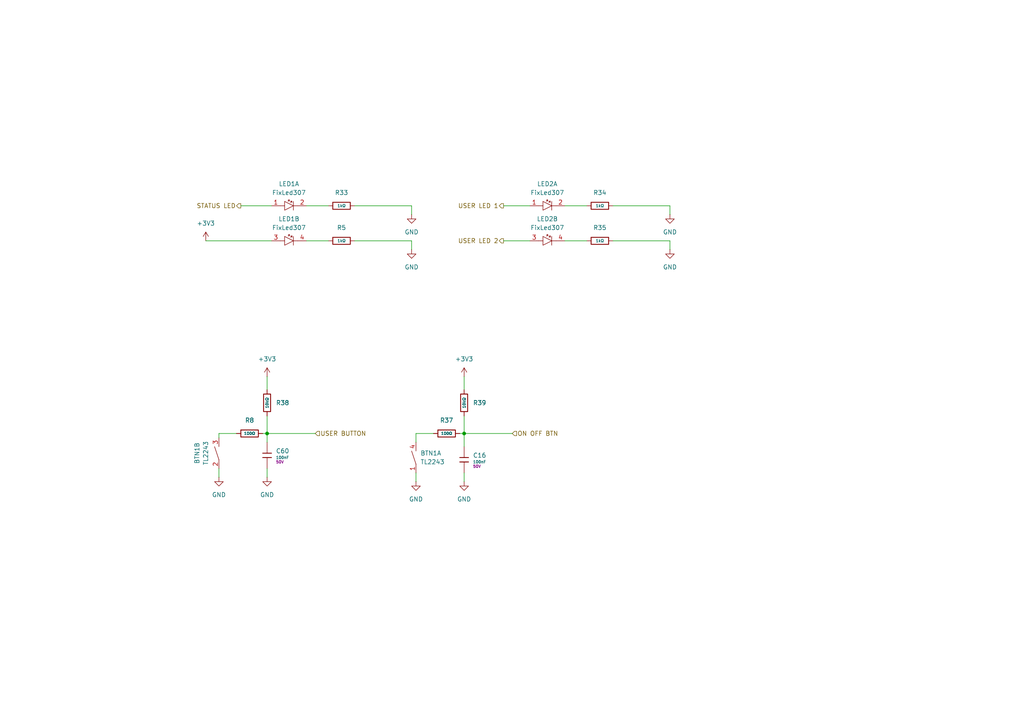
<source format=kicad_sch>
(kicad_sch (version 20231120) (generator "eeschema") (generator_version "8.0")
  (paper "A4")
  (title_block (date "2025-02-10") (rev "A") (company "ModuCard System"))
  (lib_symbols
    (symbol "FixLed307:FixLed307"
      (property "Reference" "LED" (at 0 2.54 0))
      (property "Value" "FixLed307" (at 1.27 0 0))
      (symbol "FixLed307_1_1"
        (polyline (pts (xy -1.27 0) (xy -2.54 0)))
        (polyline (pts (xy 0.0949 1.7411) (xy -0.274 1.6516)))
        (polyline (pts (xy 0.8171 1.3666) (xy 0.4482 1.2771)))
        (polyline (pts (xy 1.27 1.27) (xy 1.27 -1.27)))
        (polyline (pts (xy 2.54 0) (xy 1.27 0)))
        (polyline (pts (xy -0.2828 1.2706) (xy 0.0955 1.7402) (xy 0.1403 1.3153)))
        (polyline (pts (xy 0.4394 0.8961) (xy 0.8177 1.3657) (xy 0.8625 0.9408)))
        (polyline (pts (xy -1.27 1.27) (xy -1.27 -1.27) (xy 1.27 0) (xy -1.27 1.27)))
        (pin input line (at -5.08 0 0) (length 2.54) (name "") (number "1"))
        (pin input line (at 5.08 0 180) (length 2.54) (name "") (number "2"))
      )
      (symbol "FixLed307_2_1"
        (polyline (pts (xy -1.27 0) (xy -2.54 0)))
        (polyline (pts (xy 0.1392 1.8167) (xy -0.2297 1.7272)))
        (polyline (pts (xy 0.8614 1.4422) (xy 0.4925 1.3527)))
        (polyline (pts (xy 1.27 1.27) (xy 1.27 -1.27)))
        (polyline (pts (xy 2.54 0) (xy 1.27 0)))
        (polyline (pts (xy -0.2385 1.3462) (xy 0.1398 1.8158) (xy 0.1846 1.3909)))
        (polyline (pts (xy 0.4837 0.9717) (xy 0.862 1.4413) (xy 0.9068 1.0164)))
        (polyline (pts (xy -1.27 1.27) (xy -1.27 -1.27) (xy 1.27 0) (xy -1.27 1.27)))
        (pin input line (at -5.08 0 0) (length 2.54) (name "") (number "3"))
        (pin input line (at 5.08 0 180) (length 2.54) (name "") (number "4"))
      )
    )
    (symbol "PCM_JLCPCB-Capacitors:0402,100nF,(2)" (pin_numbers hide) (pin_names (offset 0))
      (property "Reference" "C" (at 2.032 1.668 0))
      (property "Value" "100nF" (at 2.032 -0.3782 0))
      (property "Voltage Rated" "50V" (at 2.032 -2.0462 0))
      (symbol "0402,100nF,(2)_0_1"
        (polyline (pts (xy -1.27 -0.635) (xy 1.27 -0.635)) (stroke (width 0.254)))
        (polyline (pts (xy -1.27 0.635) (xy 1.27 0.635)) (stroke (width 0.254)))
      )
      (symbol "0402,100nF,(2)_1_1"
        (pin passive line (at 0 3.81 270) (length 3.175) (name "~") (number "1"))
        (pin passive line (at 0 -3.81 90) (length 3.175) (name "~") (number "2"))
      )
    )
    (symbol "PCM_JLCPCB-Resistors:0402,100Ω" (pin_numbers hide) (pin_names (offset 0))
      (property "Reference" "R" (at 1.778 0 0))
      (property "Value" "100Ω" (at 0 0 90))
      (symbol "0402,100Ω_0_1"
        (rectangle (start -1.016 2.54) (end 1.016 -2.54) (stroke (width 0.254)))
      )
      (symbol "0402,100Ω_1_1"
        (pin passive line (at 0 3.81 270) (length 1.27) (name "~") (number "1"))
        (pin passive line (at 0 -3.81 90) (length 1.27) (name "~") (number "2"))
      )
    )
    (symbol "PCM_JLCPCB-Resistors:0402,10kΩ" (pin_numbers hide) (pin_names (offset 0))
      (property "Reference" "R" (at 1.778 0 0))
      (property "Value" "10kΩ" (at 0 0 90))
      (symbol "0402,10kΩ_0_1"
        (rectangle (start -1.016 2.54) (end 1.016 -2.54) (stroke (width 0.254)))
      )
      (symbol "0402,10kΩ_1_1"
        (pin passive line (at 0 3.81 270) (length 1.27) (name "~") (number "1"))
        (pin passive line (at 0 -3.81 90) (length 1.27) (name "~") (number "2"))
      )
    )
    (symbol "PCM_JLCPCB-Resistors:0402,1kΩ" (pin_numbers hide) (pin_names (offset 0))
      (property "Reference" "R" (at 1.778 0 0))
      (property "Value" "1kΩ" (at 0 0 90))
      (symbol "0402,1kΩ_0_1"
        (rectangle (start -1.016 2.54) (end 1.016 -2.54) (stroke (width 0.254)))
      )
      (symbol "0402,1kΩ_1_1"
        (pin passive line (at 0 3.81 270) (length 1.27) (name "~") (number "1"))
        (pin passive line (at 0 -3.81 90) (length 1.27) (name "~") (number "2"))
      )
    )
    (symbol "TL2243:TL2243"
      (property "Reference" "BTN" (at -0.508 -1.524 0))
      (property "Value" "TL2243" (at 0 0 0))
      (symbol "TL2243_1_1"
        (polyline (pts (xy -2.54 0) (xy 1.27 1.27)))
        (pin input line (at -5.08 0 0) (length 2.54) (name "") (number "1"))
        (pin input line (at 3.81 0 180) (length 2.54) (name "") (number "4"))
      )
      (symbol "TL2243_2_1"
        (polyline (pts (xy -2.54 0) (xy 1.27 1.27)))
        (pin input line (at -5.08 0 0) (length 2.54) (name "") (number "2"))
        (pin input line (at 3.81 0 180) (length 2.54) (name "") (number "3"))
      )
    )
    (symbol "power:+3V3" (power) (pin_numbers hide) (pin_names (offset 0) hide)
      (property "Value" "+3V3" (at 0 3.556 0))
      (symbol "+3V3_0_1"
        (polyline (pts (xy -0.762 1.27) (xy 0 2.54)))
        (polyline (pts (xy 0 0) (xy 0 2.54)))
        (polyline (pts (xy 0 2.54) (xy 0.762 1.27)))
      )
      (symbol "+3V3_1_1"
        (pin power_in line (at 0 0 90) (length 0) (name "~") (number "1"))
      )
    )
    (symbol "power:GND" (power) (pin_numbers hide) (pin_names (offset 0) hide)
      (property "Value" "GND" (at 0 -3.81 0))
      (symbol "GND_0_1"
        (polyline (pts (xy 0 0) (xy 0 -1.27) (xy 1.27 -1.27) (xy 0 -2.54) (xy -1.27 -1.27) (xy 0 -1.27)))
      )
      (symbol "GND_1_1"
        (pin power_in line (at 0 0 270) (length 0) (name "~") (number "1"))
      )
    )
  )
  (junction (at 134.62 125.73))
  (junction (at 77.47 125.73))
  (wire (pts (xy 177.8 69.85) (xy 194.31 69.85)))
  (wire (pts (xy 120.65 125.73) (xy 125.73 125.73)))
  (wire (pts (xy 77.47 125.73) (xy 91.44 125.73)))
  (wire (pts (xy 134.62 125.73) (xy 148.59 125.73)))
  (wire (pts (xy 63.5 125.73) (xy 63.5 127)))
  (wire (pts (xy 194.31 59.69) (xy 194.31 62.23)))
  (wire (pts (xy 163.83 59.69) (xy 170.18 59.69)))
  (wire (pts (xy 63.5 135.89) (xy 63.5 138.43)))
  (wire (pts (xy 77.47 109.22) (xy 77.47 113.03)))
  (wire (pts (xy 102.87 59.69) (xy 119.38 59.69)))
  (wire (pts (xy 69.85 59.69) (xy 78.74 59.69)))
  (wire (pts (xy 134.62 109.22) (xy 134.62 113.03)))
  (wire (pts (xy 146.05 69.85) (xy 153.67 69.85)))
  (wire (pts (xy 146.05 59.69) (xy 153.67 59.69)))
  (wire (pts (xy 102.87 69.85) (xy 119.38 69.85)))
  (wire (pts (xy 119.38 69.85) (xy 119.38 72.39)))
  (wire (pts (xy 63.5 125.73) (xy 68.58 125.73)))
  (wire (pts (xy 77.47 120.65) (xy 77.47 125.73)))
  (wire (pts (xy 77.47 135.89) (xy 77.47 138.43)))
  (wire (pts (xy 194.31 69.85) (xy 194.31 72.39)))
  (wire (pts (xy 59.69 69.85) (xy 78.74 69.85)))
  (wire (pts (xy 88.9 59.69) (xy 95.25 59.69)))
  (wire (pts (xy 133.35 125.73) (xy 134.62 125.73)))
  (wire (pts (xy 134.62 120.65) (xy 134.62 125.73)))
  (wire (pts (xy 134.62 137.16) (xy 134.62 139.7)))
  (wire (pts (xy 76.2 125.73) (xy 77.47 125.73)))
  (wire (pts (xy 134.62 125.73) (xy 134.62 129.54)))
  (wire (pts (xy 77.47 128.27) (xy 77.47 125.73)))
  (wire (pts (xy 119.38 59.69) (xy 119.38 62.23)))
  (wire (pts (xy 120.65 125.73) (xy 120.65 128.27)))
  (wire (pts (xy 120.65 137.16) (xy 120.65 139.7)))
  (wire (pts (xy 163.83 69.85) (xy 170.18 69.85)))
  (wire (pts (xy 88.9 69.85) (xy 95.25 69.85)))
  (wire (pts (xy 177.8 59.69) (xy 194.31 59.69)))
  (hierarchical_label "USER BUTTON" (shape input) (at 91.44 125.73 0))
  (hierarchical_label "USER LED 2" (shape output) (at 146.05 69.85 180))
  (hierarchical_label "ON OFF BTN" (shape input) (at 148.59 125.73 0))
  (hierarchical_label "USER LED 1" (shape output) (at 146.05 59.69 180))
  (hierarchical_label "STATUS LED" (shape output) (at 69.85 59.69 180))
  (symbol (lib_id "TL2243:TL2243") (at 120.65 132.08 90) (unit 1)
    (property "Reference" "BTN1" (at 121.92 131.445 90) (effects (justify right)))
    (property "Value" "TL2243" (at 121.92 133.985 90) (effects (justify right)))
    (property "Footprint" "TL2243:TL2243" (effects (hide yes)))
    (property "Datasheet" "https://www.lcsc.com/datasheet/lcsc_datasheet_2410121841_E-Switch-TL2243_C273515.pdf" (effects (hide yes)))
    (property "Description" "Double Stack Switch" (effects (hide yes)))
  )
  (symbol (lib_id "power:GND") (at 119.38 72.39 0) (unit 1)
    (property "Reference" "#PWR0119" (effects (hide yes)))
    (property "Value" "GND" (at 119.38 77.47 0))
    (property "Description" "Power symbol creates a global label with name \"GND\" , ground" (effects (hide yes)))
  )
  (symbol (lib_id "PCM_JLCPCB-Resistors:0402,100Ω") (at 72.39 125.73 90) (unit 1)
    (property "Reference" "R8" (at 72.39 121.92 90))
    (property "Value" "100Ω" (at 72.39 125.73 90) (effects (font (size 0.8 0.8))))
    (property "Footprint" "PCM_JLCPCB:R_0402" (effects (hide yes)))
    (property "Datasheet" "https://www.lcsc.com/datasheet/lcsc_datasheet_2205311900_UNI-ROYAL-Uniroyal-Elec-0402WGF1000TCE_C25076.pdf" (effects (hide yes)))
    (property "Description" "62.5mW Thick Film Resistors 50V ±1% ±200ppm/°C 100Ω 0402 Chip Resistor - Surface Mount ROHS" (effects (hide yes)))
    (property "LCSC" "C25076" (effects (hide yes)))
    (property "Stock" "2711955" (effects (hide yes)))
    (property "Price" "0.004USD" (effects (hide yes)))
    (property "Process" "SMT" (effects (hide yes)))
    (property "Minimum Qty" "20" (effects (hide yes)))
    (property "Attrition Qty" "10" (effects (hide yes)))
    (property "Class" "Basic Component" (effects (hide yes)))
    (property "Category" "Resistors,Chip Resistor - Surface Mount" (effects (hide yes)))
    (property "Manufacturer" "UNI-ROYAL(Uniroyal Elec)" (effects (hide yes)))
    (property "Part" "0402WGF1000TCE" (effects (hide yes)))
    (property "Resistance" "100Ω" (effects (hide yes)))
    (property "Power(Watts)" "62.5mW" (effects (hide yes)))
    (property "Type" "Thick Film Resistors" (effects (hide yes)))
    (property "Overload Voltage (Max)" "50V" (effects (hide yes)))
    (property "Operating Temperature Range" "-55°C~+155°C" (effects (hide yes)))
    (property "Tolerance" "±1%" (effects (hide yes)))
    (property "Temperature Coefficient" "±200ppm/°C" (effects (hide yes)))
  )
  (symbol (lib_id "power:GND") (at 194.31 72.39 0) (unit 1)
    (property "Reference" "#PWR059" (effects (hide yes)))
    (property "Value" "GND" (at 194.31 77.47 0))
    (property "Description" "Power symbol creates a global label with name \"GND\" , ground" (effects (hide yes)))
  )
  (symbol (lib_id "PCM_JLCPCB-Resistors:0402,1kΩ") (at 99.06 69.85 90) (unit 1)
    (property "Reference" "R5" (at 99.06 66.04 90))
    (property "Value" "1kΩ" (at 99.06 69.85 90) (effects (font (size 0.8 0.8))))
    (property "Footprint" "PCM_JLCPCB:R_0402" (effects (hide yes)))
    (property "Datasheet" "https://www.lcsc.com/datasheet/lcsc_datasheet_2206010216_UNI-ROYAL-Uniroyal-Elec-0402WGF1001TCE_C11702.pdf" (effects (hide yes)))
    (property "Description" "62.5mW Thick Film Resistors 50V ±100ppm/°C ±1% 1kΩ 0402 Chip Resistor - Surface Mount ROHS" (effects (hide yes)))
    (property "LCSC" "C11702" (effects (hide yes)))
    (property "Stock" "10672962" (effects (hide yes)))
    (property "Price" "0.004USD" (effects (hide yes)))
    (property "Process" "SMT" (effects (hide yes)))
    (property "Minimum Qty" "20" (effects (hide yes)))
    (property "Attrition Qty" "10" (effects (hide yes)))
    (property "Class" "Basic Component" (effects (hide yes)))
    (property "Category" "Resistors,Chip Resistor - Surface Mount" (effects (hide yes)))
    (property "Manufacturer" "UNI-ROYAL(Uniroyal Elec)" (effects (hide yes)))
    (property "Part" "0402WGF1001TCE" (effects (hide yes)))
    (property "Resistance" "1kΩ" (effects (hide yes)))
    (property "Power(Watts)" "62.5mW" (effects (hide yes)))
    (property "Type" "Thick Film Resistors" (effects (hide yes)))
    (property "Overload Voltage (Max)" "50V" (effects (hide yes)))
    (property "Operating Temperature Range" "-55°C~+155°C" (effects (hide yes)))
    (property "Tolerance" "±1%" (effects (hide yes)))
    (property "Temperature Coefficient" "±100ppm/°C" (effects (hide yes)))
  )
  (symbol (lib_id "power:+3V3") (at 59.69 69.85 0) (unit 1)
    (property "Reference" "#PWR048" (effects (hide yes)))
    (property "Value" "+3V3" (at 59.69 64.77 0))
    (property "Description" "Power symbol creates a global label with name \"+3V3\"" (effects (hide yes)))
  )
  (symbol (lib_id "PCM_JLCPCB-Resistors:0402,1kΩ") (at 173.99 59.69 90) (unit 1)
    (property "Reference" "R34" (at 173.99 55.88 90))
    (property "Value" "1kΩ" (at 173.99 59.69 90) (effects (font (size 0.8 0.8))))
    (property "Footprint" "PCM_JLCPCB:R_0402" (effects (hide yes)))
    (property "Datasheet" "https://www.lcsc.com/datasheet/lcsc_datasheet_2206010216_UNI-ROYAL-Uniroyal-Elec-0402WGF1001TCE_C11702.pdf" (effects (hide yes)))
    (property "Description" "62.5mW Thick Film Resistors 50V ±100ppm/°C ±1% 1kΩ 0402 Chip Resistor - Surface Mount ROHS" (effects (hide yes)))
    (property "LCSC" "C11702" (effects (hide yes)))
    (property "Stock" "10672962" (effects (hide yes)))
    (property "Price" "0.004USD" (effects (hide yes)))
    (property "Process" "SMT" (effects (hide yes)))
    (property "Minimum Qty" "20" (effects (hide yes)))
    (property "Attrition Qty" "10" (effects (hide yes)))
    (property "Class" "Basic Component" (effects (hide yes)))
    (property "Category" "Resistors,Chip Resistor - Surface Mount" (effects (hide yes)))
    (property "Manufacturer" "UNI-ROYAL(Uniroyal Elec)" (effects (hide yes)))
    (property "Part" "0402WGF1001TCE" (effects (hide yes)))
    (property "Resistance" "1kΩ" (effects (hide yes)))
    (property "Power(Watts)" "62.5mW" (effects (hide yes)))
    (property "Type" "Thick Film Resistors" (effects (hide yes)))
    (property "Overload Voltage (Max)" "50V" (effects (hide yes)))
    (property "Operating Temperature Range" "-55°C~+155°C" (effects (hide yes)))
    (property "Tolerance" "±1%" (effects (hide yes)))
    (property "Temperature Coefficient" "±100ppm/°C" (effects (hide yes)))
  )
  (symbol (lib_id "power:GND") (at 134.62 139.7 0) (unit 1)
    (property "Reference" "#PWR078" (effects (hide yes)))
    (property "Value" "GND" (at 134.62 144.78 0))
    (property "Description" "Power symbol creates a global label with name \"GND\" , ground" (effects (hide yes)))
  )
  (symbol (lib_id "PCM_JLCPCB-Resistors:0402,100Ω") (at 129.54 125.73 90) (unit 1)
    (property "Reference" "R37" (at 129.54 121.92 90))
    (property "Value" "100Ω" (at 129.54 125.73 90) (effects (font (size 0.8 0.8))))
    (property "Footprint" "PCM_JLCPCB:R_0402" (effects (hide yes)))
    (property "Datasheet" "https://www.lcsc.com/datasheet/lcsc_datasheet_2205311900_UNI-ROYAL-Uniroyal-Elec-0402WGF1000TCE_C25076.pdf" (effects (hide yes)))
    (property "Description" "62.5mW Thick Film Resistors 50V ±1% ±200ppm/°C 100Ω 0402 Chip Resistor - Surface Mount ROHS" (effects (hide yes)))
    (property "LCSC" "C25076" (effects (hide yes)))
    (property "Stock" "2711955" (effects (hide yes)))
    (property "Price" "0.004USD" (effects (hide yes)))
    (property "Process" "SMT" (effects (hide yes)))
    (property "Minimum Qty" "20" (effects (hide yes)))
    (property "Attrition Qty" "10" (effects (hide yes)))
    (property "Class" "Basic Component" (effects (hide yes)))
    (property "Category" "Resistors,Chip Resistor - Surface Mount" (effects (hide yes)))
    (property "Manufacturer" "UNI-ROYAL(Uniroyal Elec)" (effects (hide yes)))
    (property "Part" "0402WGF1000TCE" (effects (hide yes)))
    (property "Resistance" "100Ω" (effects (hide yes)))
    (property "Power(Watts)" "62.5mW" (effects (hide yes)))
    (property "Type" "Thick Film Resistors" (effects (hide yes)))
    (property "Overload Voltage (Max)" "50V" (effects (hide yes)))
    (property "Operating Temperature Range" "-55°C~+155°C" (effects (hide yes)))
    (property "Tolerance" "±1%" (effects (hide yes)))
    (property "Temperature Coefficient" "±200ppm/°C" (effects (hide yes)))
  )
  (symbol (lib_id "FixLed307:FixLed307") (at 158.75 69.85 0) (unit 2)
    (property "Reference" "LED2" (at 158.75 63.5 0))
    (property "Value" "FixLed307" (at 158.75 66.04 0))
    (property "Footprint" "FixLed307:FixLed307" (effects (hide yes)))
    (property "Datasheet" "https://www.tme.eu/Document/b674d69546fee33ff395807565c0dcac/FIX-LED-301.pdf" (effects (hide yes)))
    (property "Description" "Double Stack LED307" (effects (hide yes)))
  )
  (symbol (lib_id "PCM_JLCPCB-Resistors:0402,10kΩ") (at 134.62 116.84 0) (unit 1)
    (property "Reference" "R39" (at 137.16 116.84 0) (effects (justify left)))
    (property "Value" "10kΩ" (at 134.62 116.84 90) (effects (font (size 0.8 0.8))))
    (property "Footprint" "PCM_JLCPCB:R_0402" (effects (hide yes)))
    (property "Datasheet" "https://www.lcsc.com/datasheet/lcsc_datasheet_2411221126_UNI-ROYAL-Uniroyal-Elec-0402WGF1002TCE_C25744.pdf" (effects (hide yes)))
    (property "Description" "62.5mW Thick Film Resistors 50V ±100ppm/°C ±1% 10kΩ 0402 Chip Resistor - Surface Mount ROHS" (effects (hide yes)))
    (property "LCSC" "C25744" (effects (hide yes)))
    (property "Stock" "6666349" (effects (hide yes)))
    (property "Price" "0.004USD" (effects (hide yes)))
    (property "Process" "SMT" (effects (hide yes)))
    (property "Minimum Qty" "5" (effects (hide yes)))
    (property "Attrition Qty" "0" (effects (hide yes)))
    (property "Class" "Basic Component" (effects (hide yes)))
    (property "Category" "Resistors,Chip Resistor - Surface Mount" (effects (hide yes)))
    (property "Manufacturer" "UNI-ROYAL(Uniroyal Elec)" (effects (hide yes)))
    (property "Part" "0402WGF1002TCE" (effects (hide yes)))
    (property "Resistance" "10kΩ" (effects (hide yes)))
    (property "Power(Watts)" "62.5mW" (effects (hide yes)))
    (property "Type" "Thick Film Resistors" (effects (hide yes)))
    (property "Overload Voltage (Max)" "50V" (effects (hide yes)))
    (property "Operating Temperature Range" "-55°C~+155°C" (effects (hide yes)))
    (property "Tolerance" "±1%" (effects (hide yes)))
    (property "Temperature Coefficient" "±100ppm/°C" (effects (hide yes)))
  )
  (symbol (lib_id "PCM_JLCPCB-Capacitors:0402,100nF,(2)") (at 134.62 133.35 0) (unit 1)
    (property "Reference" "C16" (at 137.16 132.08 0) (effects (justify left)))
    (property "Value" "100nF" (at 137.16 133.985 0) (effects (font (size 0.8 0.8)) (justify left)))
    (property "Footprint" "PCM_JLCPCB:C_0402" (effects (hide yes)))
    (property "Datasheet" "https://www.lcsc.com/datasheet/lcsc_datasheet_2304140030_Samsung-Electro-Mechanics-CL05B104KB54PNC_C307331.pdf" (effects (hide yes)))
    (property "Description" "50V 100nF X7R ±10% 0402 Multilayer Ceramic Capacitors MLCC - SMD/SMT ROHS" (effects (hide yes)))
    (property "LCSC" "C307331" (effects (hide yes)))
    (property "Stock" "5358037" (effects (hide yes)))
    (property "Price" "0.008USD" (effects (hide yes)))
    (property "Process" "SMT" (effects (hide yes)))
    (property "Minimum Qty" "20" (effects (hide yes)))
    (property "Attrition Qty" "10" (effects (hide yes)))
    (property "Class" "Basic Component" (effects (hide yes)))
    (property "Category" "Capacitors,Multilayer Ceramic Capacitors MLCC - SMD/SMT" (effects (hide yes)))
    (property "Manufacturer" "Samsung Electro-Mechanics" (effects (hide yes)))
    (property "Part" "CL05B104KB54PNC" (effects (hide yes)))
    (property "Voltage Rated" "50V" (at 137.16 135.255 0) (effects (font (size 0.8 0.8)) (justify left)))
    (property "Tolerance" "±10%" (effects (hide yes)))
    (property "Capacitance" "100nF" (effects (hide yes)))
    (property "Temperature Coefficient" "X7R" (effects (hide yes)))
  )
  (symbol (lib_id "power:+3V3") (at 77.47 109.22 0) (unit 1)
    (property "Reference" "#PWR0128" (effects (hide yes)))
    (property "Value" "+3V3" (at 77.47 104.14 0))
    (property "Description" "Power symbol creates a global label with name \"+3V3\"" (effects (hide yes)))
  )
  (symbol (lib_id "FixLed307:FixLed307") (at 83.82 59.69 0) (unit 1)
    (property "Reference" "LED1" (at 83.82 53.34 0))
    (property "Value" "FixLed307" (at 83.82 55.88 0))
    (property "Footprint" "FixLed307:FixLed307" (effects (hide yes)))
    (property "Datasheet" "https://www.tme.eu/Document/b674d69546fee33ff395807565c0dcac/FIX-LED-301.pdf" (effects (hide yes)))
    (property "Description" "Double Stack LED307" (effects (hide yes)))
  )
  (symbol (lib_id "FixLed307:FixLed307") (at 83.82 69.85 0) (unit 2)
    (property "Reference" "LED1" (at 83.82 63.5 0))
    (property "Value" "FixLed307" (at 83.82 66.04 0))
    (property "Footprint" "FixLed307:FixLed307" (effects (hide yes)))
    (property "Datasheet" "https://www.tme.eu/Document/b674d69546fee33ff395807565c0dcac/FIX-LED-301.pdf" (effects (hide yes)))
    (property "Description" "Double Stack LED307" (effects (hide yes)))
  )
  (symbol (lib_id "PCM_JLCPCB-Resistors:0402,1kΩ") (at 173.99 69.85 90) (unit 1)
    (property "Reference" "R35" (at 173.99 66.04 90))
    (property "Value" "1kΩ" (at 173.99 69.85 90) (effects (font (size 0.8 0.8))))
    (property "Footprint" "PCM_JLCPCB:R_0402" (effects (hide yes)))
    (property "Datasheet" "https://www.lcsc.com/datasheet/lcsc_datasheet_2206010216_UNI-ROYAL-Uniroyal-Elec-0402WGF1001TCE_C11702.pdf" (effects (hide yes)))
    (property "Description" "62.5mW Thick Film Resistors 50V ±100ppm/°C ±1% 1kΩ 0402 Chip Resistor - Surface Mount ROHS" (effects (hide yes)))
    (property "LCSC" "C11702" (effects (hide yes)))
    (property "Stock" "10672962" (effects (hide yes)))
    (property "Price" "0.004USD" (effects (hide yes)))
    (property "Process" "SMT" (effects (hide yes)))
    (property "Minimum Qty" "20" (effects (hide yes)))
    (property "Attrition Qty" "10" (effects (hide yes)))
    (property "Class" "Basic Component" (effects (hide yes)))
    (property "Category" "Resistors,Chip Resistor - Surface Mount" (effects (hide yes)))
    (property "Manufacturer" "UNI-ROYAL(Uniroyal Elec)" (effects (hide yes)))
    (property "Part" "0402WGF1001TCE" (effects (hide yes)))
    (property "Resistance" "1kΩ" (effects (hide yes)))
    (property "Power(Watts)" "62.5mW" (effects (hide yes)))
    (property "Type" "Thick Film Resistors" (effects (hide yes)))
    (property "Overload Voltage (Max)" "50V" (effects (hide yes)))
    (property "Operating Temperature Range" "-55°C~+155°C" (effects (hide yes)))
    (property "Tolerance" "±1%" (effects (hide yes)))
    (property "Temperature Coefficient" "±100ppm/°C" (effects (hide yes)))
  )
  (symbol (lib_id "power:GND") (at 77.47 138.43 0) (unit 1)
    (property "Reference" "#PWR0100" (effects (hide yes)))
    (property "Value" "GND" (at 77.47 143.51 0))
    (property "Description" "Power symbol creates a global label with name \"GND\" , ground" (effects (hide yes)))
  )
  (symbol (lib_id "power:GND") (at 194.31 62.23 0) (unit 1)
    (property "Reference" "#PWR0120" (effects (hide yes)))
    (property "Value" "GND" (at 194.31 67.31 0))
    (property "Description" "Power symbol creates a global label with name \"GND\" , ground" (effects (hide yes)))
  )
  (symbol (lib_id "TL2243:TL2243") (at 63.5 130.81 90) (unit 2)
    (property "Reference" "BTN1" (at 57.15 131.445 0))
    (property "Value" "TL2243" (at 59.69 131.445 0))
    (property "Footprint" "TL2243:TL2243" (effects (hide yes)))
    (property "Datasheet" "https://www.lcsc.com/datasheet/lcsc_datasheet_2410121841_E-Switch-TL2243_C273515.pdf" (effects (hide yes)))
    (property "Description" "Double Stack Switch" (effects (hide yes)))
  )
  (symbol (lib_id "PCM_JLCPCB-Resistors:0402,1kΩ") (at 99.06 59.69 90) (unit 1)
    (property "Reference" "R33" (at 99.06 55.88 90))
    (property "Value" "1kΩ" (at 99.06 59.69 90) (effects (font (size 0.8 0.8))))
    (property "Footprint" "PCM_JLCPCB:R_0402" (effects (hide yes)))
    (property "Datasheet" "https://www.lcsc.com/datasheet/lcsc_datasheet_2206010216_UNI-ROYAL-Uniroyal-Elec-0402WGF1001TCE_C11702.pdf" (effects (hide yes)))
    (property "Description" "62.5mW Thick Film Resistors 50V ±100ppm/°C ±1% 1kΩ 0402 Chip Resistor - Surface Mount ROHS" (effects (hide yes)))
    (property "LCSC" "C11702" (effects (hide yes)))
    (property "Stock" "10672962" (effects (hide yes)))
    (property "Price" "0.004USD" (effects (hide yes)))
    (property "Process" "SMT" (effects (hide yes)))
    (property "Minimum Qty" "20" (effects (hide yes)))
    (property "Attrition Qty" "10" (effects (hide yes)))
    (property "Class" "Basic Component" (effects (hide yes)))
    (property "Category" "Resistors,Chip Resistor - Surface Mount" (effects (hide yes)))
    (property "Manufacturer" "UNI-ROYAL(Uniroyal Elec)" (effects (hide yes)))
    (property "Part" "0402WGF1001TCE" (effects (hide yes)))
    (property "Resistance" "1kΩ" (effects (hide yes)))
    (property "Power(Watts)" "62.5mW" (effects (hide yes)))
    (property "Type" "Thick Film Resistors" (effects (hide yes)))
    (property "Overload Voltage (Max)" "50V" (effects (hide yes)))
    (property "Operating Temperature Range" "-55°C~+155°C" (effects (hide yes)))
    (property "Tolerance" "±1%" (effects (hide yes)))
    (property "Temperature Coefficient" "±100ppm/°C" (effects (hide yes)))
  )
  (symbol (lib_id "power:GND") (at 120.65 139.7 0) (unit 1)
    (property "Reference" "#PWR0125" (effects (hide yes)))
    (property "Value" "GND" (at 120.65 144.78 0))
    (property "Description" "Power symbol creates a global label with name \"GND\" , ground" (effects (hide yes)))
  )
  (symbol (lib_id "PCM_JLCPCB-Resistors:0402,10kΩ") (at 77.47 116.84 0) (unit 1)
    (property "Reference" "R38" (at 80.01 116.84 0) (effects (justify left)))
    (property "Value" "10kΩ" (at 77.47 116.84 90) (effects (font (size 0.8 0.8))))
    (property "Footprint" "PCM_JLCPCB:R_0402" (effects (hide yes)))
    (property "Datasheet" "https://www.lcsc.com/datasheet/lcsc_datasheet_2411221126_UNI-ROYAL-Uniroyal-Elec-0402WGF1002TCE_C25744.pdf" (effects (hide yes)))
    (property "Description" "62.5mW Thick Film Resistors 50V ±100ppm/°C ±1% 10kΩ 0402 Chip Resistor - Surface Mount ROHS" (effects (hide yes)))
    (property "LCSC" "C25744" (effects (hide yes)))
    (property "Stock" "6666349" (effects (hide yes)))
    (property "Price" "0.004USD" (effects (hide yes)))
    (property "Process" "SMT" (effects (hide yes)))
    (property "Minimum Qty" "5" (effects (hide yes)))
    (property "Attrition Qty" "0" (effects (hide yes)))
    (property "Class" "Basic Component" (effects (hide yes)))
    (property "Category" "Resistors,Chip Resistor - Surface Mount" (effects (hide yes)))
    (property "Manufacturer" "UNI-ROYAL(Uniroyal Elec)" (effects (hide yes)))
    (property "Part" "0402WGF1002TCE" (effects (hide yes)))
    (property "Resistance" "10kΩ" (effects (hide yes)))
    (property "Power(Watts)" "62.5mW" (effects (hide yes)))
    (property "Type" "Thick Film Resistors" (effects (hide yes)))
    (property "Overload Voltage (Max)" "50V" (effects (hide yes)))
    (property "Operating Temperature Range" "-55°C~+155°C" (effects (hide yes)))
    (property "Tolerance" "±1%" (effects (hide yes)))
    (property "Temperature Coefficient" "±100ppm/°C" (effects (hide yes)))
  )
  (symbol (lib_id "power:GND") (at 119.38 62.23 0) (unit 1)
    (property "Reference" "#PWR035" (effects (hide yes)))
    (property "Value" "GND" (at 119.38 67.31 0))
    (property "Description" "Power symbol creates a global label with name \"GND\" , ground" (effects (hide yes)))
  )
  (symbol (lib_id "power:+3V3") (at 134.62 109.22 0) (unit 1)
    (property "Reference" "#PWR0129" (effects (hide yes)))
    (property "Value" "+3V3" (at 134.62 104.14 0))
    (property "Description" "Power symbol creates a global label with name \"+3V3\"" (effects (hide yes)))
  )
  (symbol (lib_id "power:GND") (at 63.5 138.43 0) (unit 1)
    (property "Reference" "#PWR0126" (effects (hide yes)))
    (property "Value" "GND" (at 63.5 143.51 0))
    (property "Description" "Power symbol creates a global label with name \"GND\" , ground" (effects (hide yes)))
  )
  (symbol (lib_id "PCM_JLCPCB-Capacitors:0402,100nF,(2)") (at 77.47 132.08 0) (unit 1)
    (property "Reference" "C60" (at 80.01 130.81 0) (effects (justify left)))
    (property "Value" "100nF" (at 80.01 132.715 0) (effects (font (size 0.8 0.8)) (justify left)))
    (property "Footprint" "PCM_JLCPCB:C_0402" (effects (hide yes)))
    (property "Datasheet" "https://www.lcsc.com/datasheet/lcsc_datasheet_2304140030_Samsung-Electro-Mechanics-CL05B104KB54PNC_C307331.pdf" (effects (hide yes)))
    (property "Description" "50V 100nF X7R ±10% 0402 Multilayer Ceramic Capacitors MLCC - SMD/SMT ROHS" (effects (hide yes)))
    (property "LCSC" "C307331" (effects (hide yes)))
    (property "Stock" "5358037" (effects (hide yes)))
    (property "Price" "0.008USD" (effects (hide yes)))
    (property "Process" "SMT" (effects (hide yes)))
    (property "Minimum Qty" "20" (effects (hide yes)))
    (property "Attrition Qty" "10" (effects (hide yes)))
    (property "Class" "Basic Component" (effects (hide yes)))
    (property "Category" "Capacitors,Multilayer Ceramic Capacitors MLCC - SMD/SMT" (effects (hide yes)))
    (property "Manufacturer" "Samsung Electro-Mechanics" (effects (hide yes)))
    (property "Part" "CL05B104KB54PNC" (effects (hide yes)))
    (property "Voltage Rated" "50V" (at 80.01 133.985 0) (effects (font (size 0.8 0.8)) (justify left)))
    (property "Tolerance" "±10%" (effects (hide yes)))
    (property "Capacitance" "100nF" (effects (hide yes)))
    (property "Temperature Coefficient" "X7R" (effects (hide yes)))
  )
  (symbol (lib_id "FixLed307:FixLed307") (at 158.75 59.69 0) (unit 1)
    (property "Reference" "LED2" (at 158.75 53.34 0))
    (property "Value" "FixLed307" (at 158.75 55.88 0))
    (property "Footprint" "FixLed307:FixLed307" (effects (hide yes)))
    (property "Datasheet" "https://www.tme.eu/Document/b674d69546fee33ff395807565c0dcac/FIX-LED-301.pdf" (effects (hide yes)))
    (property "Description" "Double Stack LED307" (effects (hide yes)))
  )
)
</source>
